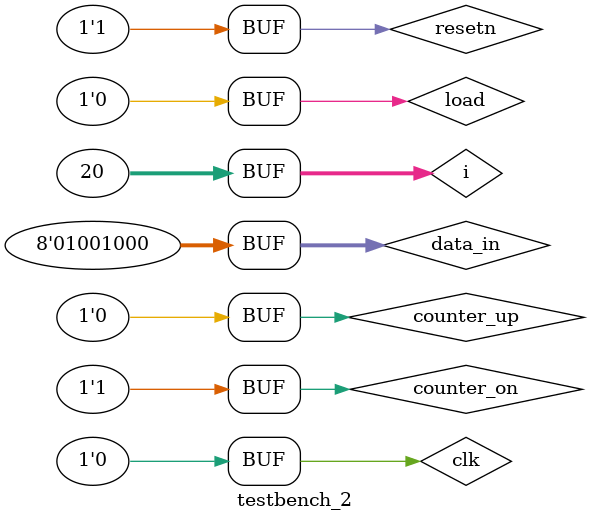
<source format=v>
module testbench_2();
integer i;
reg clk, counter_on, resetn, load, counter_up;
reg [7:0] data_in;
wire [7:0] count;
wire TC;
twoDigitDecadeCounter d1(counter_up,
load, resetn, counter_on,
clk, data_in, count, TC);
initial
begin
	resetn=1;#1; resetn=0; #1; resetn=1;
	load=0; data_in =8'b01001000;
	counter_on=1; counter_up =1;
	for( i=0; i<20; i=i+1)begin
	clk =1; #20; clk =0; #20;	
	end
	load =1;
	clk =1; #20; clk =0; #20; load =0;	
	counter_up =0;
	for( i=0; i<20; i=i+1)begin
	clk =1; #20; clk =0; #20;	
	end
end
endmodule
</source>
